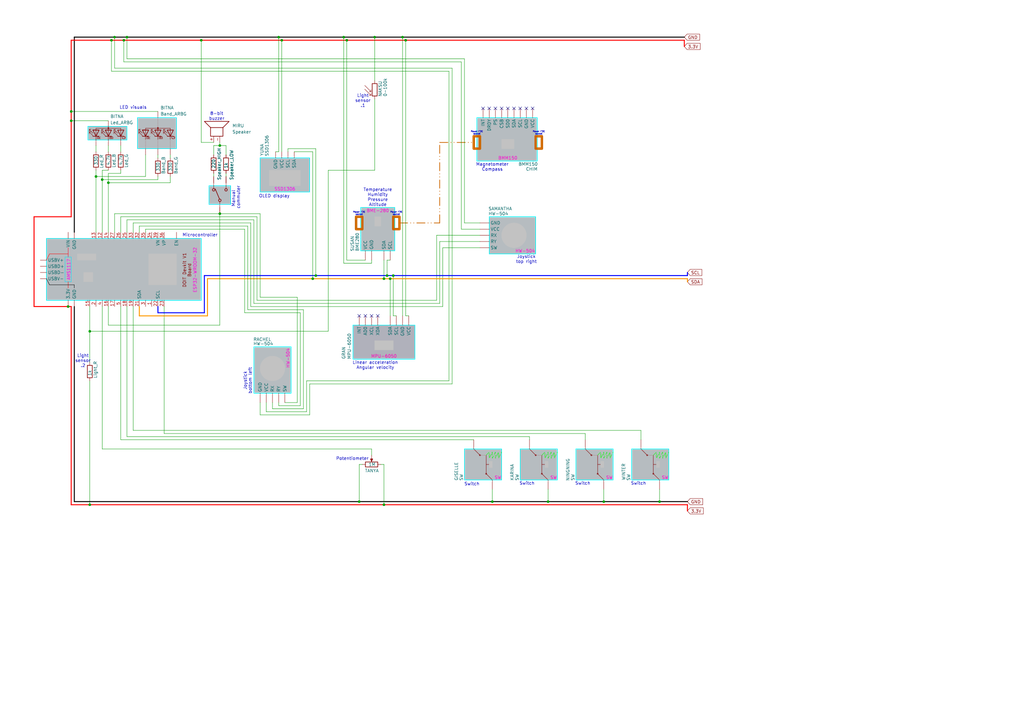
<source format=kicad_sch>
(kicad_sch (version 20250114) (generator "eeschema") (generator_version "9.0")
  (paper "A3")
  (title_block (title "BarrunCUDA Controller - Front") (company "Vericos Forja") (comment 1 "Modules BG: #B6BCC0FF"))
  (lib_symbols
    (symbol "Analog_Switch:TS3A24159DGS"
      (symbol "TS3A24159DGS_1_1"
        (polyline (pts (xy -5.08 0) (xy -2.794 0)))
        (rectangle (start -3.81 4.445) (end 3.81 -4.445) (stroke (width 0.254) (color 1 241 255 1)) (fill (type color) (color 182 188 192 1)))
        (circle (center -2.159 0) (radius 0.508) (stroke (width 0.254)))
        (polyline (pts (xy -1.651 0.127) (xy 2.54 1.905)) (stroke (width 0.254)))
        (circle (center 2.159 2.54) (radius 0.508) (stroke (width 0.254)))
        (circle (center 2.159 -2.54) (radius 0.508) (stroke (width 0.254)))
        (polyline (pts (xy 5.08 2.54) (xy 2.794 2.54)))
        (polyline (pts (xy 5.08 -2.54) (xy 2.794 -2.54)))
        (pin passive line (at -7.62 0 0) (length 2.54) (name "~") (number ""))
        (pin passive line (at 7.62 2.54 180) (length 2.54) (name "~") (number ""))
        (pin passive line (at 7.62 -2.54 180) (length 2.54) (name "~") (number ""))
      )
      (symbol "TS3A24159DGS_2_1"
        (polyline (pts (xy -5.08 0) (xy -2.794 0)))
        (rectangle (start -3.81 4.445) (end 3.81 -4.445) (stroke (width 0.254)) (fill (type background)))
        (circle (center -2.159 0) (radius 0.508) (stroke (width 0.254)))
        (polyline (pts (xy -1.651 0.127) (xy 2.54 1.905)) (stroke (width 0.254)))
        (polyline (pts (xy 0 0.254) (xy 0 0.508)))
        (polyline (pts (xy 0 -0.254) (xy 0 0)))
        (polyline (pts (xy 0 -0.762) (xy 0 -0.508)))
        (polyline (pts (xy 0 -1.27) (xy 0 -1.016)))
        (polyline (pts (xy 0 -1.778) (xy 0 -1.524)))
        (polyline (pts (xy 0 -2.286) (xy 0 -2.032)))
        (polyline (pts (xy 0 -2.794) (xy 0 -2.54)))
        (polyline (pts (xy 0 -3.302) (xy 0 -3.048)))
        (polyline (pts (xy 0 -3.81) (xy 0 -3.556)))
        (polyline (pts (xy 0 -4.318) (xy 0 -4.064)))
        (polyline (pts (xy 0 -5.08) (xy 0 -4.572)))
        (circle (center 2.159 2.54) (radius 0.508) (stroke (width 0.254)))
        (circle (center 2.159 -2.54) (radius 0.508) (stroke (width 0.254)))
        (polyline (pts (xy 5.08 2.54) (xy 2.794 2.54)))
        (polyline (pts (xy 5.08 -2.54) (xy 2.794 -2.54)))
        (pin passive line (at -7.62 0 0) (length 2.54) (name "~") (number "9"))
        (pin input line (at 0 -7.62 90) (length 2.54) (name "~") (number "8"))
        (pin passive line (at 7.62 2.54 180) (length 2.54) (name "~") (number "7"))
        (pin passive line (at 7.62 -2.54 180) (length 2.54) (name "~") (number "10"))
      )
      (symbol "TS3A24159DGS_3_1"
        (rectangle (start -3.81 10.16) (end 3.81 -10.16) (stroke (width 0.254)) (fill (type background)))
        (pin power_in line (at 0 12.7 270) (length 2.54) (name "VCC") (number "1"))
        (pin power_in line (at 0 -12.7 90) (length 2.54) (name "GND") (number "6"))
      )
    )
    (symbol "BME280_1"
      (property "Reference" "CHIM" (at -7.366 12.192 0))
      (property "Value" "BMM150" (at -4.318 10.16 0))
      (symbol "BME280_1_0_1"
        (rectangle (start -2.54 3.81) (end 2.54 0) (stroke (width 0) (color 194 194 194 1)) (fill (type outline)))
      )
      (symbol "BME280_1_1_1"
        (rectangle (start -12.065 8.89) (end 12.7 -8.89) (stroke (width 0.254) (color 0 253 255 1)) (fill (type color) (color 182 188 192 1)))
        (text "BMM150" (at 0 7.62 0) (effects (font (size 1.27 1.27))))
        (pin power_in line (at -10.16 -12.7 90) (length 3.81) (name "VCC") (number ""))
        (pin power_in line (at -7.62 -12.7 90) (length 3.81) (name "GND") (number ""))
        (pin bidirectional line (at -5.08 -12.7 90) (length 3.81) (name "SCL") (number ""))
        (pin bidirectional line (at -2.54 -12.7 90) (length 3.81) (name "SDA") (number ""))
        (pin bidirectional line (at 0 -12.7 90) (length 3.81) (name "SD0") (number ""))
        (pin bidirectional line (at 2.54 -12.7 90) (length 3.81) (name "CSB") (number ""))
        (pin bidirectional line (at 5.08 -12.7 90) (length 3.81) (name "PS") (number ""))
        (pin output line (at 7.62 -12.7 90) (length 3.81) (name "DRDY") (number ""))
        (pin output line (at 10.16 -12.7 90) (length 3.81) (name "INT") (number ""))
      )
    )
    (symbol "BME280_2"
      (property "Reference" "SAMANTHA" (at 0.508 10.922 0))
      (property "Value" "HW-504" (at -1.016 8.89 0))
      (symbol "BME280_2_1_1"
        (rectangle (start -8.89 7.62) (end 10.16 -7.62) (stroke (width 0.254) (color 0 253 255 1)) (fill (type color) (color 182 188 192 1)))
        (circle (center 1.27 0) (radius 5.08) (stroke (width 0) (color 194 194 194 1)) (fill (type outline)))
        (text "HW-504\n" (at 5.842 -6.35 0) (effects (font (size 1.27 1.27))))
        (pin power_in line (at -12.7 5.08 0) (length 3.81) (name "GND") (number ""))
        (pin power_in line (at -12.7 2.54 0) (length 3.81) (name "VCC") (number ""))
        (pin output line (at -12.7 0 0) (length 3.81) (name "RX") (number ""))
        (pin output line (at -12.7 -2.54 0) (length 3.81) (name "RY") (number ""))
        (pin output line (at -12.7 -5.08 0) (length 3.81) (name "SW") (number ""))
      )
    )
    (symbol "BME280_3"
      (property "Reference" "RACHEL" (at 13.208 7.874 90))
      (property "Value" "HW-504" (at 11.43 7.874 90))
      (symbol "BME280_3_1_1"
        (rectangle (start -8.89 7.62) (end 10.16 -7.62) (stroke (width 0.254) (color 0 253 255 1)) (fill (type color) (color 182 188 192 1)))
        (circle (center 1.27 0) (radius 5.08) (stroke (width 0) (color 194 194 194 1)) (fill (type outline)))
        (text "HW-504\n" (at 5.588 -6.35 0) (effects (font (size 1.27 1.27))))
        (pin power_in line (at -12.7 5.08 0) (length 3.81) (name "GND") (number ""))
        (pin power_in line (at -12.7 2.54 0) (length 3.81) (name "VCC") (number ""))
        (pin output line (at -12.7 0 0) (length 3.81) (name "RX") (number ""))
        (pin output line (at -12.7 -2.54 0) (length 3.81) (name "RY") (number ""))
        (pin output line (at -12.7 -5.08 0) (length 3.81) (name "SW") (number ""))
      )
    )
    (symbol "BME280_4"
      (property "Reference" "SAMANTHA1" (at -10.922 4.318 90))
      (property "Value" "SW" (at -8.89 -3.81 90))
      (symbol "BME280_4_0_1"
        (polyline (pts (xy -3.81 6.35) (xy -1.27 3.81)))
        (circle (center -1.27 3.81) (radius 0.254))
        (polyline (pts (xy 1.27 3.81) (xy 1.27 -3.81)))
        (circle (center 1.27 -3.81) (radius 0.254))
        (polyline (pts (xy 3.81 -6.35) (xy 1.27 -3.81)))
      )
      (symbol "BME280_4_1_1"
        (rectangle (start -7.62 6.35) (end 7.62 -6.35) (stroke (width 0.254) (color 0 253 255 1)) (fill (type color) (color 182 188 192 1)))
        (polyline (pts (xy -1.27 3.81) (xy 1.27 3.81)) (stroke (width 0) (type dot)))
        (polyline (pts (xy 1.27 3.81) (xy 2.54 5.08) (xy 2.54 2.54) (xy 3.81 5.08) (xy 3.81 2.54) (xy 5.08 5.08) (xy 5.08 2.54) (xy 6.35 5.08) (xy 6.35 2.54) (xy 7.62 5.08)) (stroke (width 0) (type dash) (color 0 255 0 1)))
        (polyline (pts (xy 1.27 0) (xy 2.54 0)))
        (rectangle (start 2.54 1.27) (end 3.81 -1.27) (stroke (width 0) (color 194 194 194 1)) (fill (type outline)))
        (text "SW" (at 6.096 -5.334 0) (effects (font (size 1.27 1.27))))
        (pin output line (at -3.81 10.16 270) (length 3.81) (name "") (number ""))
        (pin output line (at 3.81 -10.16 90) (length 3.81) (name "") (number ""))
      )
    )
    (symbol "BME280_5"
      (property "Reference" "SAMANTHA1" (at -10.922 4.318 90))
      (property "Value" "SW" (at -8.89 -3.81 90))
      (symbol "BME280_5_0_1"
        (polyline (pts (xy -3.81 6.35) (xy -1.27 3.81)))
        (circle (center -1.27 3.81) (radius 0.254))
        (polyline (pts (xy 1.27 3.81) (xy 1.27 -3.81)))
        (circle (center 1.27 -3.81) (radius 0.254))
        (polyline (pts (xy 3.81 -6.35) (xy 1.27 -3.81)))
      )
      (symbol "BME280_5_1_1"
        (rectangle (start -7.62 6.35) (end 7.62 -6.35) (stroke (width 0.254) (color 0 253 255 1)) (fill (type color) (color 182 188 192 1)))
        (polyline (pts (xy -1.27 3.81) (xy 1.27 3.81)) (stroke (width 0) (type dot)))
        (polyline (pts (xy 1.27 3.81) (xy 2.54 5.08) (xy 2.54 2.54) (xy 3.81 5.08) (xy 3.81 2.54) (xy 5.08 5.08) (xy 5.08 2.54) (xy 6.35 5.08) (xy 6.35 2.54) (xy 7.62 5.08)) (stroke (width 0) (type dash) (color 0 255 0 1)))
        (polyline (pts (xy 1.27 0) (xy 2.54 0)))
        (rectangle (start 2.54 1.27) (end 3.81 -1.27) (stroke (width 0) (color 194 194 194 1)) (fill (type outline)))
        (text "SW" (at 6.096 -5.334 0) (effects (font (size 1.27 1.27))))
        (pin output line (at -3.81 10.16 270) (length 3.81) (name "") (number ""))
        (pin output line (at 3.81 -10.16 90) (length 3.81) (name "") (number ""))
      )
    )
    (symbol "BME280_6"
      (property "Reference" "SAMANTHA1" (at -10.922 4.318 90))
      (property "Value" "SW" (at -8.89 -3.81 90))
      (symbol "BME280_6_0_1"
        (polyline (pts (xy -3.81 6.35) (xy -1.27 3.81)))
        (circle (center -1.27 3.81) (radius 0.254))
        (polyline (pts (xy 1.27 3.81) (xy 1.27 -3.81)))
        (circle (center 1.27 -3.81) (radius 0.254))
        (polyline (pts (xy 3.81 -6.35) (xy 1.27 -3.81)))
      )
      (symbol "BME280_6_1_1"
        (rectangle (start -7.62 6.35) (end 7.62 -6.35) (stroke (width 0.254) (color 0 253 255 1)) (fill (type color) (color 182 188 192 1)))
        (polyline (pts (xy -1.27 3.81) (xy 1.27 3.81)) (stroke (width 0) (type dot)))
        (polyline (pts (xy 1.27 3.81) (xy 2.54 5.08) (xy 2.54 2.54) (xy 3.81 5.08) (xy 3.81 2.54) (xy 5.08 5.08) (xy 5.08 2.54) (xy 6.35 5.08) (xy 6.35 2.54) (xy 7.62 5.08)) (stroke (width 0) (type dash) (color 0 255 0 1)))
        (polyline (pts (xy 1.27 0) (xy 2.54 0)))
        (rectangle (start 2.54 1.27) (end 3.81 -1.27) (stroke (width 0) (color 194 194 194 1)) (fill (type outline)))
        (text "SW" (at 6.096 -5.334 0) (effects (font (size 1.27 1.27))))
        (pin output line (at -3.81 10.16 270) (length 3.81) (name "") (number ""))
        (pin output line (at 3.81 -10.16 90) (length 3.81) (name "") (number ""))
      )
    )
    (symbol "BME280_7"
      (property "Reference" "SAMANTHA1" (at -10.922 4.318 90))
      (property "Value" "SW" (at -8.89 -3.81 90))
      (symbol "BME280_7_0_1"
        (polyline (pts (xy -3.81 6.35) (xy -1.27 3.81)))
        (circle (center -1.27 3.81) (radius 0.254))
        (polyline (pts (xy 1.27 3.81) (xy 1.27 -3.81)))
        (circle (center 1.27 -3.81) (radius 0.254))
        (polyline (pts (xy 3.81 -6.35) (xy 1.27 -3.81)))
      )
      (symbol "BME280_7_1_1"
        (rectangle (start -7.62 6.35) (end 7.62 -6.35) (stroke (width 0.254) (color 0 253 255 1)) (fill (type color) (color 182 188 192 1)))
        (polyline (pts (xy -1.27 3.81) (xy 1.27 3.81)) (stroke (width 0) (type dot)))
        (polyline (pts (xy 1.27 3.81) (xy 2.54 5.08) (xy 2.54 2.54) (xy 3.81 5.08) (xy 3.81 2.54) (xy 5.08 5.08) (xy 5.08 2.54) (xy 6.35 5.08) (xy 6.35 2.54) (xy 7.62 5.08)) (stroke (width 0) (type dash) (color 0 255 0 1)))
        (polyline (pts (xy 1.27 0) (xy 2.54 0)))
        (rectangle (start 2.54 1.27) (end 3.81 -1.27) (stroke (width 0) (color 194 194 194 1)) (fill (type outline)))
        (text "SW" (at 6.096 -5.334 0) (effects (font (size 1.27 1.27))))
        (pin output line (at -3.81 10.16 270) (length 3.81) (name "") (number ""))
        (pin output line (at 3.81 -10.16 90) (length 3.81) (name "") (number ""))
      )
    )
    (symbol "Device:LED_ARBG" (pin_names (offset 0) (hide yes))
      (property "Reference" "BITNA" (at 1.2701 -8.89 90))
      (property "Value" "LED_ARBG" (at -1.2699 -8.89 90))
      (symbol "LED_ARBG_0_0"
        (text "R" (at -1.905 3.81 0) (effects (font (size 1.27 1.27))))
        (text "B" (at -1.905 -1.27 0) (effects (font (size 1.27 1.27))))
        (text "G" (at -1.905 -6.35 0) (effects (font (size 1.27 1.27))))
      )
      (symbol "LED_ARBG_0_1"
        (polyline (pts (xy -1.27 6.35) (xy -1.27 3.81)) (stroke (width 0.254)))
        (polyline (pts (xy -1.27 6.35) (xy -1.27 3.81) (xy -1.27 3.81)))
        (polyline (pts (xy -1.27 5.08) (xy -2.54 5.08)))
        (polyline (pts (xy -1.27 5.08) (xy 1.27 5.08)))
        (polyline (pts (xy -1.27 1.27) (xy -1.27 -1.27)) (stroke (width 0.254)))
        (polyline (pts (xy -1.27 1.27) (xy -1.27 -1.27) (xy -1.27 -1.27)))
        (polyline (pts (xy -1.27 0) (xy -2.54 0)))
        (polyline (pts (xy -1.27 -3.81) (xy -1.27 -6.35)) (stroke (width 0.254)))
        (polyline (pts (xy -1.27 -5.08) (xy -2.54 -5.08)))
        (polyline (pts (xy -1.27 -5.08) (xy 1.27 -5.08)))
        (polyline (pts (xy -1.016 6.35) (xy 0.508 7.874) (xy -0.254 7.874) (xy 0.508 7.874) (xy 0.508 7.112)))
        (polyline (pts (xy -1.016 1.27) (xy 0.508 2.794) (xy -0.254 2.794) (xy 0.508 2.794) (xy 0.508 2.032)))
        (polyline (pts (xy -1.016 -3.81) (xy 0.508 -2.286) (xy -0.254 -2.286) (xy 0.508 -2.286) (xy 0.508 -3.048)))
        (polyline (pts (xy 0 6.35) (xy 1.524 7.874) (xy 0.762 7.874) (xy 1.524 7.874) (xy 1.524 7.112)))
        (polyline (pts (xy 0 1.27) (xy 1.524 2.794) (xy 0.762 2.794) (xy 1.524 2.794) (xy 1.524 2.032)))
        (polyline (pts (xy 0 -3.81) (xy 1.524 -2.286) (xy 0.762 -2.286) (xy 1.524 -2.286) (xy 1.524 -3.048)))
        (polyline (pts (xy 1.27 6.35) (xy 1.27 3.81) (xy -1.27 5.08) (xy 1.27 6.35)) (stroke (width 0.254)))
        (rectangle (start 1.27 6.35) (end 1.27 6.35))
        (rectangle (start 1.27 3.81) (end 1.27 6.35))
        (polyline (pts (xy 1.27 1.27) (xy 1.27 -1.27) (xy -1.27 0) (xy 1.27 1.27)) (stroke (width 0.254)))
        (rectangle (start 1.27 1.27) (end 1.27 1.27))
        (polyline (pts (xy 1.27 0) (xy -1.27 0)))
        (polyline (pts (xy 1.27 0) (xy 2.54 0)))
        (rectangle (start 1.27 -1.27) (end 1.27 1.27))
        (polyline (pts (xy 1.27 -3.81) (xy 1.27 -6.35) (xy -1.27 -5.08) (xy 1.27 -3.81)) (stroke (width 0.254)))
        (polyline (pts (xy 1.27 -5.08) (xy 2.032 -5.08) (xy 2.032 5.08) (xy 1.27 5.08)))
        (circle (center 2.032 0) (radius 0.254) (fill (type outline)))
      )
      (symbol "LED_ARBG_1_1"
        (rectangle (start -2.794 8.382) (end 2.794 -7.62) (stroke (width 0.254) (color 7 246 255 1)) (fill (type color) (color 182 188 192 1)))
        (pin passive line (at -5.08 5.08 0) (length 2.54) (name "RK") (number ""))
        (pin passive line (at -5.08 0 0) (length 2.54) (name "GK") (number ""))
        (pin passive line (at -5.08 -5.08 0) (length 2.54) (name "BK") (number ""))
        (pin passive line (at 5.08 0 180) (length 2.54) (name "A") (number ""))
      )
    )
    (symbol "Device:R" (pin_numbers (hide yes)) (pin_names (offset 0))
      (property "Reference" "R" (at 2.032 0 90))
      (property "Value" "R" (at 0 0 90))
      (symbol "R_0_1"
        (rectangle (start -1.016 -2.54) (end 1.016 2.54) (stroke (width 0.254)))
      )
      (symbol "R_1_1"
        (pin passive line (at 0 3.81 270) (length 1.27) (name "~") (number "1"))
        (pin passive line (at 0 -3.81 90) (length 1.27) (name "~") (number "2"))
      )
    )
    (symbol "Device:R_Photo" (pin_numbers (hide yes)) (pin_names (offset 0))
      (property "Reference" "R" (at 1.27 1.27 0))
      (property "Value" "R_Photo" (at 1.27 0 0))
      (symbol "R_Photo_0_1"
        (polyline (pts (xy -1.524 -0.762) (xy -4.064 1.778)))
        (polyline (pts (xy -1.524 -0.762) (xy -2.286 -0.762)))
        (polyline (pts (xy -1.524 -0.762) (xy -1.524 0)))
        (polyline (pts (xy -1.524 -2.286) (xy -4.064 0.254)))
        (polyline (pts (xy -1.524 -2.286) (xy -2.286 -2.286)))
        (polyline (pts (xy -1.524 -2.286) (xy -1.524 -1.524)))
        (rectangle (start -1.016 2.54) (end 1.016 -2.54) (stroke (width 0.254)))
      )
      (symbol "R_Photo_1_1"
        (pin passive line (at 0 3.81 270) (length 1.27) (name "~") (number "1"))
        (pin passive line (at 0 -3.81 90) (length 1.27) (name "~") (number "2"))
      )
    )
    (symbol "Device:R_Potentiometer" (pin_names (offset 1.016) (hide yes))
      (property "Reference" "TANYA" (at -2.54 2.794 90))
      (property "Value" "1M" (at 0 1.27 90))
      (symbol "R_Potentiometer_0_1"
        (rectangle (start 1.016 2.54) (end -1.016 -2.54) (stroke (width 0.254)))
        (polyline (pts (xy 1.143 0) (xy 2.286 0.508) (xy 2.286 -0.508) (xy 1.143 0)) (fill (type outline)))
        (polyline (pts (xy 2.54 0) (xy 1.524 0)))
      )
      (symbol "R_Potentiometer_1_1"
        (pin passive line (at 0 3.81 270) (length 1.27) (name "") (number ""))
        (pin passive line (at 0 -3.81 90) (length 1.27) (name "") (number ""))
        (pin passive line (at 3.81 0 180) (length 1.27) (name "") (number ""))
      )
    )
    (symbol "Device:Speaker" (pin_names (offset 0) (hide yes))
      (property "Reference" "LS1" (at 1.7781 -7.62 90))
      (property "Value" "Speaker" (at -0.7619 -7.62 90))
      (symbol "Speaker_0_0"
        (rectangle (start -2.54 1.27) (end 1.016 -3.81) (stroke (width 0.254)))
        (polyline (pts (xy 1.016 1.27) (xy 3.556 3.81) (xy 3.556 -6.35) (xy 1.016 -3.81)) (stroke (width 0.254)))
      )
      (symbol "Speaker_1_1"
        (pin input line (at -5.08 0 0) (length 2.54) (name "") (number "+"))
        (pin input line (at -5.08 -2.54 0) (length 2.54) (name "") (number "-"))
      )
    )
    (symbol "LED_ARBG_1" (pin_names (offset 0) (hide yes))
      (property "Reference" "BITNA1" (at 1.2701 -8.89 90))
      (property "Value" "LED_ARBG" (at -1.2699 -8.89 90))
      (symbol "LED_ARBG_1_0_0"
        (text "R" (at -1.905 3.81 0) (effects (font (size 1.27 1.27))))
        (text "B" (at -1.905 -1.27 0) (effects (font (size 1.27 1.27))))
        (text "G" (at -1.905 -6.35 0) (effects (font (size 1.27 1.27))))
      )
      (symbol "LED_ARBG_1_0_1"
        (polyline (pts (xy -1.27 6.35) (xy -1.27 3.81)) (stroke (width 0.254)))
        (polyline (pts (xy -1.27 6.35) (xy -1.27 3.81) (xy -1.27 3.81)))
        (polyline (pts (xy -1.27 5.08) (xy -2.54 5.08)))
        (polyline (pts (xy -1.27 5.08) (xy 1.27 5.08)))
        (polyline (pts (xy -1.27 1.27) (xy -1.27 -1.27)) (stroke (width 0.254)))
        (polyline (pts (xy -1.27 1.27) (xy -1.27 -1.27) (xy -1.27 -1.27)))
        (polyline (pts (xy -1.27 0) (xy -2.54 0)))
        (polyline (pts (xy -1.27 -3.81) (xy -1.27 -6.35)) (stroke (width 0.254)))
        (polyline (pts (xy -1.27 -5.08) (xy -2.54 -5.08)))
        (polyline (pts (xy -1.27 -5.08) (xy 1.27 -5.08)))
        (polyline (pts (xy -1.016 6.35) (xy 0.508 7.874) (xy -0.254 7.874) (xy 0.508 7.874) (xy 0.508 7.112)))
        (polyline (pts (xy -1.016 1.27) (xy 0.508 2.794) (xy -0.254 2.794) (xy 0.508 2.794) (xy 0.508 2.032)))
        (polyline (pts (xy -1.016 -3.81) (xy 0.508 -2.286) (xy -0.254 -2.286) (xy 0.508 -2.286) (xy 0.508 -3.048)))
        (polyline (pts (xy 0 6.35) (xy 1.524 7.874) (xy 0.762 7.874) (xy 1.524 7.874) (xy 1.524 7.112)))
        (polyline (pts (xy 0 1.27) (xy 1.524 2.794) (xy 0.762 2.794) (xy 1.524 2.794) (xy 1.524 2.032)))
        (polyline (pts (xy 0 -3.81) (xy 1.524 -2.286) (xy 0.762 -2.286) (xy 1.524 -2.286) (xy 1.524 -3.048)))
        (polyline (pts (xy 1.27 6.35) (xy 1.27 3.81) (xy -1.27 5.08) (xy 1.27 6.35)) (stroke (width 0.254)))
        (rectangle (start 1.27 6.35) (end 1.27 6.35))
        (rectangle (start 1.27 3.81) (end 1.27 6.35))
        (polyline (pts (xy 1.27 1.27) (xy 1.27 -1.27) (xy -1.27 0) (xy 1.27 1.27)) (stroke (width 0.254)))
        (rectangle (start 1.27 1.27) (end 1.27 1.27))
        (polyline (pts (xy 1.27 0) (xy -1.27 0)))
        (polyline (pts (xy 1.27 0) (xy 2.54 0)))
        (rectangle (start 1.27 -1.27) (end 1.27 1.27))
        (polyline (pts (xy 1.27 -3.81) (xy 1.27 -6.35) (xy -1.27 -5.08) (xy 1.27 -3.81)) (stroke (width 0.254)))
        (polyline (pts (xy 1.27 -5.08) (xy 2.032 -5.08) (xy 2.032 5.08) (xy 1.27 5.08)))
        (circle (center 2.032 0) (radius 0.254) (fill (type outline)))
      )
      (symbol "LED_ARBG_1_1_1"
        (rectangle (start -6.35 8.382) (end 6.35 -7.62) (stroke (width 0.254) (color 7 246 255 1)) (fill (type color) (color 182 188 192 1)))
        (polyline (pts (xy -2.54 5.08) (xy -6.35 5.08)) (stroke (width 0) (type dot)))
        (polyline (pts (xy -2.54 0) (xy -6.35 0)) (stroke (width 0) (type dot)))
        (polyline (pts (xy -2.54 -5.08) (xy -6.35 -5.08)) (stroke (width 0) (type dot)))
        (polyline (pts (xy 2.54 0) (xy 6.35 0)) (stroke (width 0) (type dot)))
        (pin passive line (at -8.89 5.08 0) (length 2.54) (name "RK") (number ""))
        (pin passive line (at -8.89 0 0) (length 2.54) (name "GK") (number ""))
        (pin passive line (at -8.89 -5.08 0) (length 2.54) (name "BK") (number ""))
        (pin passive line (at 8.89 0 180) (length 2.54) (name "A") (number ""))
      )
    )
    (symbol "RF_Module:ESP32-WROOM-32"
      (property "Value" "ESP32-WROOM-32" (at -9.144 38.1 0))
      (symbol "ESP32-WROOM-32_0_1"
        (polyline (pts (xy -8.89 -13.97) (xy -5.08 -13.97)) (stroke (width 0) (color 255 0 37 1)))
        (rectangle (start -6.35 30.48) (end 6.35 19.05) (stroke (width 0) (color 194 194 194 1)) (fill (type outline)))
        (rectangle (start -6.35 -2.54) (end -3.81 -10.16) (stroke (width 0) (color 194 194 194 1)) (fill (type outline)))
        (rectangle (start -5.08 -12.7) (end 5.08 -15.24) (stroke (width 0) (color 0 223 255 1)))
        (rectangle (start 5.08 -7.62) (end 1.27 -3.81) (stroke (width 0) (color 194 194 194 1)) (fill (type outline)))
        (polyline (pts (xy 5.08 -13.97) (xy 7.62 -13.97)) (stroke (width 0) (color 255 4 0 1)))
      )
      (symbol "ESP32-WROOM-32_1_1"
        (rectangle (start -12.7 40.64) (end 12.7 -22.86) (stroke (width 0.254) (color 0 249 255 1)) (fill (type color) (color 182 188 192 1)))
        (polyline (pts (xy -3.81 -22.86) (xy -6.35 -21.59) (xy -6.35 -13.97)) (stroke (width 0) (color 255 0 0 1)))
        (polyline (pts (xy 3.81 -22.86) (xy 6.35 -21.59) (xy 6.35 -11.43)) (stroke (width 0) (color 0 0 0 1)))
        (polyline (pts (xy 6.35 -11.43) (xy 7.62 -11.43)) (stroke (width 0) (color 0 0 0 1)))
        (text "AMS1117" (at 0 -13.716 0) (effects (font (size 1.27 1.27))))
        (text "DOIT Devkit V1\nBoard" (at 0.254 34.798 0) (effects (font (size 1.27 1.27))))
        (pin input line (at -15.24 30.48 0) (length 2.54) (name "EN") (number ""))
        (pin input line (at -15.24 25.4 0) (length 2.54) (name "VP") (number "36"))
        (pin input line (at -15.24 22.86 0) (length 2.54) (name "VN") (number "39"))
        (pin input line (at -15.24 20.32 0) (length 2.54) (name "") (number "34"))
        (pin input line (at -15.24 17.78 0) (length 2.54) (name "") (number "35"))
        (pin bidirectional line (at -15.24 15.24 0) (length 2.54) (name "") (number "32"))
        (pin bidirectional line (at -15.24 12.7 0) (length 2.54) (name "") (number "33"))
        (pin bidirectional line (at -15.24 10.16 0) (length 2.54) (name "") (number "25"))
        (pin bidirectional line (at -15.24 7.62 0) (length 2.54) (name "") (number "26"))
        (pin bidirectional line (at -15.24 5.08 0) (length 2.54) (name "") (number "27"))
        (pin bidirectional line (at -15.24 2.54 0) (length 2.54) (name "") (number "14"))
        (pin bidirectional line (at -15.24 0 0) (length 2.54) (name "") (number "12"))
        (pin bidirectional line (at -15.24 -2.54 0) (length 2.54) (name "") (number "13"))
        (pin power_in line (at -15.24 -11.43 0) (length 2.54) (name "GND") (number ""))
        (pin power_in line (at -15.24 -13.97 0) (length 2.54) (name "VIN") (number ""))
        (pin power_in line (at -3.81 -25.4 90) (length 2.54) (name "USBV+") (number ""))
        (pin bidirectional line (at -1.27 -25.4 90) (length 2.54) (name "USBD+") (number ""))
        (pin bidirectional line (at 1.27 -25.4 90) (length 2.54) (name "USBD-") (number ""))
        (pin power_in line (at 3.81 -25.4 90) (length 2.54) (name "USBV-") (number ""))
        (pin bidirectional line (at 15.24 25.4 180) (length 2.54) (name "") (number "23"))
        (pin bidirectional line (at 15.24 22.86 180) (length 2.54) (name "SCL") (number "22"))
        (pin bidirectional line (at 15.24 20.32 180) (length 2.54) (name "") (number "1"))
        (pin bidirectional line (at 15.24 17.78 180) (length 2.54) (name "") (number "3"))
        (pin bidirectional line (at 15.24 15.24 180) (length 2.54) (name "SDA") (number "21"))
        (pin bidirectional line (at 15.24 12.7 180) (length 2.54) (name "") (number "19"))
        (pin bidirectional line (at 15.24 10.16 180) (length 2.54) (name "") (number "18"))
        (pin bidirectional line (at 15.24 7.62 180) (length 2.54) (name "") (number "5"))
        (pin bidirectional line (at 15.24 5.08 180) (length 2.54) (name "") (number "17"))
        (pin bidirectional line (at 15.24 2.54 180) (length 2.54) (name "") (number "16"))
        (pin bidirectional line (at 15.24 0 180) (length 2.54) (name "") (number "4"))
        (pin bidirectional line (at 15.24 -2.54 180) (length 2.54) (name "") (number "2"))
        (pin bidirectional line (at 15.24 -5.08 180) (length 2.54) (name "") (number "15"))
        (pin power_in line (at 15.24 -11.43 180) (length 2.54) (name "GND") (number ""))
        (pin power_out line (at 15.24 -13.97 180) (length 2.54) (name "3.3V") (number ""))
      )
    )
    (symbol "Sensor:BME280"
      (property "Reference" "SUSAN" (at -10.414 -9.144 90))
      (property "Value" "BME280" (at -8.382 -9.144 90))
      (symbol "BME280_0_1"
        (rectangle (start -1.27 5.08) (end 1.27 1.27) (stroke (width 0) (color 194 194 194 1)) (fill (type outline)))
      )
      (symbol "BME280_1_1"
        (rectangle (start -6.985 8.89) (end 6.985 -8.89) (stroke (width 0.254) (color 0 253 255 1)) (fill (type color) (color 182 188 192 1)))
        (text "BME-280\n" (at 0 7.62 0) (effects (font (size 1.27 1.27))))
        (pin power_in line (at -5.08 -12.7 90) (length 3.81) (name "VCC") (number ""))
        (pin power_in line (at -2.54 -12.7 90) (length 3.81) (name "GND") (number ""))
        (pin power_in line (at 2.54 -12.7 90) (length 3.81) (name "SDA") (number ""))
        (pin power_in line (at 5.08 -12.7 90) (length 3.81) (name "SCL") (number ""))
      )
    )
    (symbol "Sensor_Motion:MPU-6050"
      (property "Reference" "GRAN" (at -16.51 0 90))
      (property "Value" "MPU-6050" (at -14.224 0 90))
      (symbol "MPU-6050_0_0"
        (text "" (at 12.7 -2.54 0) (effects (font (size 1.27 1.27))))
      )
      (symbol "MPU-6050_0_1"
        (rectangle (start -3.81 7.62) (end 3.81 3.81) (stroke (width 0) (color 194 194 194 1)) (fill (type outline)))
      )
      (symbol "MPU-6050_1_1"
        (rectangle (start -12.7 13.97) (end 12.7 0) (stroke (width 0.254) (color 4 250 255 1)) (fill (type color) (color 176 177 187 1)))
        (text "MPU-6050\n" (at 0 1.27 0) (effects (font (size 1.27 1.27))))
        (pin no_connect line (at -12.7 12.7 0) (length 2.54) (hide yes) (name "NC") (number "2"))
        (pin no_connect line (at -12.7 10.16 0) (length 2.54) (hide yes) (name "NC") (number "3"))
        (pin no_connect line (at -12.7 0 0) (length 2.54) (hide yes) (name "NC") (number "14"))
        (pin no_connect line (at -12.7 0 0) (length 2.54) (hide yes) (name "NC") (number "4"))
        (pin no_connect line (at -12.7 0 0) (length 2.54) (hide yes) (name "NC") (number "5"))
        (pin output line (at -10.16 17.78 270) (length 3.81) (name "INT") (number ""))
        (pin input line (at -7.62 17.78 270) (length 3.81) (name "AD0") (number ""))
        (pin bidirectional line (at -5.08 17.78 270) (length 3.81) (name "XCL") (number ""))
        (pin bidirectional line (at -2.54 17.78 270) (length 3.81) (name "XDA") (number ""))
        (pin bidirectional line (at 2.54 17.78 270) (length 3.81) (name "SDA") (number ""))
        (pin bidirectional line (at 5.08 17.78 270) (length 3.81) (name "SCL") (number ""))
        (pin power_in line (at 7.62 17.78 270) (length 3.81) (name "GND") (number ""))
        (pin power_in line (at 10.16 17.78 270) (length 3.81) (name "VCC") (number ""))
        (pin no_connect line (at 12.7 12.7 180) (length 2.54) (hide yes) (name "NC") (number "15"))
        (pin no_connect line (at 12.7 10.16 180) (length 2.54) (hide yes) (name "NC") (number "16"))
        (pin no_connect line (at 12.7 5.08 180) (length 2.54) (hide yes) (name "NC") (number "17"))
        (pin no_connect line (at 12.7 0 180) (length 2.54) (hide yes) (name "RESV") (number "19"))
        (pin no_connect line (at 12.7 0 180) (length 2.54) (hide yes) (name "RESV") (number "21"))
        (pin no_connect line (at 12.7 0 180) (length 2.54) (hide yes) (name "RESV") (number "22"))
      )
    )
    (symbol "TS3A24159DGS_1"
      (property "Reference" "YUN" (at -9.398 9.652 90))
      (property "Value" "SSD1306" (at -7.366 13.208 90))
      (symbol "TS3A24159DGS_1_1_1"
        (rectangle (start -10.16 3.81) (end 10.16 -10.16) (stroke (width 0.254) (color 1 241 255 1)) (fill (type color) (color 182 188 192 1)))
        (rectangle (start -6.35 -1.27) (end 6.35 -7.62) (stroke (width 0) (color 194 194 194 1)) (fill (type outline)))
        (text "SSD1306" (at 0 -8.89 0) (effects (font (size 1.27 1.27))))
        (pin power_in line (at -3.81 6.35 270) (length 2.54) (name "GND") (number ""))
        (pin power_in line (at -1.27 6.35 270) (length 2.54) (name "VCC") (number ""))
        (pin bidirectional line (at 1.27 6.35 270) (length 2.54) (name "SCL") (number ""))
        (pin bidirectional line (at 3.81 6.35 270) (length 2.54) (name "SDA") (number ""))
      )
      (symbol "TS3A24159DGS_1_2_1"
        (polyline (pts (xy -5.08 0) (xy -2.794 0)))
        (rectangle (start -3.81 4.445) (end 3.81 -4.445) (stroke (width 0.254)) (fill (type background)))
        (circle (center -2.159 0) (radius 0.508) (stroke (width 0.254)))
        (polyline (pts (xy -1.651 0.127) (xy 2.54 1.905)) (stroke (width 0.254)))
        (polyline (pts (xy 0 0.254) (xy 0 0.508)))
        (polyline (pts (xy 0 -0.254) (xy 0 0)))
        (polyline (pts (xy 0 -0.762) (xy 0 -0.508)))
        (polyline (pts (xy 0 -1.27) (xy 0 -1.016)))
        (polyline (pts (xy 0 -1.778) (xy 0 -1.524)))
        (polyline (pts (xy 0 -2.286) (xy 0 -2.032)))
        (polyline (pts (xy 0 -2.794) (xy 0 -2.54)))
        (polyline (pts (xy 0 -3.302) (xy 0 -3.048)))
        (polyline (pts (xy 0 -3.81) (xy 0 -3.556)))
        (polyline (pts (xy 0 -4.318) (xy 0 -4.064)))
        (polyline (pts (xy 0 -5.08) (xy 0 -4.572)))
        (circle (center 2.159 2.54) (radius 0.508) (stroke (width 0.254)))
        (circle (center 2.159 -2.54) (radius 0.508) (stroke (width 0.254)))
        (polyline (pts (xy 5.08 2.54) (xy 2.794 2.54)))
        (polyline (pts (xy 5.08 -2.54) (xy 2.794 -2.54)))
        (pin passive line (at -7.62 0 0) (length 2.54) (name "~") (number "9"))
        (pin input line (at 0 -7.62 90) (length 2.54) (name "~") (number "8"))
        (pin passive line (at 7.62 2.54 180) (length 2.54) (name "~") (number "7"))
        (pin passive line (at 7.62 -2.54 180) (length 2.54) (name "~") (number "10"))
      )
      (symbol "TS3A24159DGS_1_3_1"
        (rectangle (start -3.81 10.16) (end 3.81 -10.16) (stroke (width 0.254)) (fill (type background)))
        (pin power_in line (at 0 12.7 270) (length 2.54) (name "VCC") (number "1"))
        (pin power_in line (at 0 -12.7 90) (length 2.54) (name "GND") (number "6"))
      )
    )
  )
  (rectangle (start 219.71 55.88) (end 222.25 60.96) (stroke (width 1) (color 204 102 0 1)))
  (rectangle (start 194.31 55.88) (end 196.85 60.96) (stroke (width 1) (color 204 102 0 1)))
  (rectangle (start 146.05 88.9) (end 148.59 93.98) (stroke (width 1) (color 204 102 0 1)))
  (rectangle (start 161.29 88.9) (end 163.83 93.98) (stroke (width 1) (color 204 102 0 1)))
  (text "Power I^2C\nsocket" (at 195.58 54.61 0) (effects (font (size 0.6 0.6))))
  (text "Switch" (at 261.874 198.374 0) (effects (font (size 1.27 1.27))))
  (text "OLED display" (at 112.522 80.518 0) (effects (font (size 1.27 1.27))))
  (text "Switch" (at 239.014 198.374 0) (effects (font (size 1.27 1.27))))
  (text "LED visuals" (at 54.61 44.196 0) (effects (font (size 1.27 1.27))))
  (text "Switch" (at 216.154 198.374 0) (effects (font (size 1.27 1.27))))
  (text "Temperature\nHumidity\nPressure\nAltitude" (at 154.94 81.026 0) (effects (font (size 1.27 1.27))))
  (text "Power I^2C\nsocket" (at 220.98 54.61 0) (effects (font (size 0.6 0.6))))
  (text "Power I^2C\nsocket" (at 147.32 87.63 0) (effects (font (size 0.6 0.6))))
  (text "Light\nsensor\n.2" (at 34.036 148.082 0) (effects (font (size 1.27 1.27))))
  (text "8-bit\nbuzzer\n" (at 88.9 47.752 0) (effects (font (size 1.27 1.27))))
  (text "Switch" (at 193.548 198.628 0) (effects (font (size 1.27 1.27))))
  (text "Light\nsensor\n.1" (at 148.844 41.402 0) (effects (font (size 1.27 1.27))))
  (text "Manual \ncommuter" (at 96.774 81.026 90) (effects (font (size 1.27 1.27))))
  (text "Power I^2C\nsocket" (at 162.56 87.63 0) (effects (font (size 0.6 0.6))))
  (text "Joystick\nbottom left" (at 101.6 156.21 90) (effects (font (size 1.27 1.27))))
  (text "Linear acceleration\nAngular velocity" (at 153.924 149.86 0) (effects (font (size 1.27 1.27))))
  (text "Joystick\ntop right\n" (at 215.9 106.426 0) (effects (font (size 1.27 1.27))))
  (text "Microcontroller" (at 82.042 96.52 0) (effects (font (size 1.27 1.27))))
  (text "Potentiometer" (at 144.526 188.214 0) (effects (font (size 1.27 1.27))))
  (text "Magnetometer\nCompass\n" (at 201.93 68.58 0) (effects (font (size 1.27 1.27))))
  (junction (at 270.51 205.74))
  (junction (at 153.67 15.24))
  (junction (at 160.02 114.3))
  (junction (at 41.91 73.66))
  (junction (at 46.99 15.24))
  (junction (at 29.21 45.72))
  (junction (at 82.55 16.51))
  (junction (at 128.27 114.3))
  (junction (at 36.83 207.01))
  (junction (at 147.32 205.74))
  (junction (at 39.37 72.39))
  (junction (at 157.48 114.3))
  (junction (at 157.48 207.01))
  (junction (at 114.3 15.24))
  (junction (at 50.8 16.51))
  (junction (at 129.54 113.03))
  (junction (at 165.1 15.24))
  (junction (at 142.24 16.51))
  (junction (at 247.65 205.74))
  (junction (at 161.29 113.03))
  (junction (at 224.79 205.74))
  (junction (at 140.97 15.24))
  (junction (at 44.45 74.93))
  (junction (at 45.72 16.51))
  (junction (at 90.17 59.69))
  (junction (at 115.57 16.51))
  (junction (at 52.07 15.24))
  (junction (at 36.83 135.89))
  (junction (at 166.37 16.51))
  (junction (at 90.17 87.63))
  (junction (at 29.21 49.53))
  (junction (at 201.93 205.74))
  (junction (at 158.75 113.03))
  (junction (at 27.94 125.73))
  (no_connect (at 154.94 129.54))
  (no_connect (at 208.28 44.45))
  (no_connect (at 149.86 129.54))
  (no_connect (at 152.4 129.54))
  (no_connect (at 147.32 129.54))
  (no_connect (at 210.82 44.45))
  (no_connect (at 218.44 44.45))
  (no_connect (at 215.9 44.45))
  (no_connect (at 198.12 44.45))
  (no_connect (at 203.2 44.45))
  (no_connect (at 213.36 44.45))
  (no_connect (at 205.74 44.45))
  (no_connect (at 200.66 44.45))
  (wire (pts (xy 166.37 16.51) (xy 280.67 16.51)) (stroke (width 0.4) (color 255 0 0 1)))
  (wire (pts (xy 240.03 177.8) (xy 67.31 177.8)))
  (wire (pts (xy 54.61 176.53) (xy 54.61 125.73)))
  (wire (pts (xy 262.89 180.34) (xy 262.89 176.53)))
  (wire (pts (xy 161.29 113.03) (xy 281.94 113.03)) (stroke (width 0.4) (color 0 0 255 1)))
  (wire (pts (xy 69.85 63.5) (xy 69.85 64.77)))
  (wire (pts (xy 153.67 15.24) (xy 165.1 15.24)) (stroke (width 0.4) (color 0 0 0 1)))
  (wire (pts (xy 127 170.18) (xy 127 157.48)))
  (wire (pts (xy 106.68 87.63) (xy 90.17 87.63)))
  (wire (pts (xy 270.51 205.74) (xy 281.94 205.74)) (stroke (width 0.4) (color 0 0 0 1)))
  (wire (pts (xy 87.63 63.5) (xy 87.63 59.69)))
  (wire (pts (xy 57.15 92.71) (xy 57.15 95.25)))
  (wire (pts (xy 140.97 15.24) (xy 140.97 107.95)))
  (wire (pts (xy 114.3 165.1) (xy 114.3 166.37)))
  (wire (pts (xy 184.15 29.21) (xy 45.72 29.21)))
  (wire (pts (xy 101.6 92.71) (xy 57.15 92.71)))
  (wire (pts (xy 180.34 124.46) (xy 104.14 124.46)))
  (wire (pts (xy 160.02 129.54) (xy 160.02 114.3)))
  (wire (pts (xy 179.07 123.19) (xy 105.41 123.19)))
  (wire (pts (xy 109.22 165.1) (xy 109.22 168.91)))
  (wire (pts (xy 152.4 106.68) (xy 152.4 107.95)))
  (wire (pts (xy 64.77 128.27) (xy 83.82 128.27)) (stroke (width 0.4) (color 0 0 255 1)))
  (wire (pts (xy 106.68 170.18) (xy 127 170.18)))
  (wire (pts (xy 49.53 88.9) (xy 49.53 95.25)))
  (wire (pts (xy 165.1 15.24) (xy 165.1 129.54)))
  (wire (pts (xy 127 157.48) (xy 185.42 157.48)))
  (wire (pts (xy 30.48 125.73) (xy 30.48 205.74)) (stroke (width 0.4) (color 0 0 0 1)))
  (wire (pts (xy 224.79 200.66) (xy 224.79 205.74)))
  (wire (pts (xy 64.77 125.73) (xy 64.77 128.27)) (stroke (width 0.4) (color 0 0 255 1)))
  (wire (pts (xy 280.67 16.51) (xy 280.67 19.05)) (stroke (width 0.4) (color 255 0 0 1)))
  (wire (pts (xy 49.53 88.9) (xy 105.41 88.9)))
  (wire (pts (xy 142.24 16.51) (xy 166.37 16.51)) (stroke (width 0.4) (color 255 0 0 1)))
  (wire (pts (xy 217.17 180.34) (xy 217.17 179.07)))
  (wire (pts (xy 44.45 74.93) (xy 44.45 71.12)))
  (wire (pts (xy 157.48 114.3) (xy 160.02 114.3)) (stroke (width 0.4) (color 255 153 0 1)))
  (wire (pts (xy 166.37 16.51) (xy 166.37 129.54)))
  (wire (pts (xy 41.91 73.66) (xy 41.91 69.85)))
  (wire (pts (xy 104.14 90.17) (xy 52.07 90.17)))
  (wire (pts (xy 162.56 129.54) (xy 161.29 129.54)))
  (wire (pts (xy 185.42 27.94) (xy 185.42 157.48)))
  (wire (pts (xy 100.33 93.98) (xy 59.69 93.98)))
  (wire (pts (xy 123.19 128.27) (xy 100.33 128.27)))
  (wire (pts (xy 185.42 27.94) (xy 46.99 27.94)))
  (wire (pts (xy 39.37 72.39) (xy 39.37 95.25)))
  (wire (pts (xy 118.11 62.23) (xy 118.11 60.96)))
  (wire (pts (xy 152.4 186.69) (xy 152.4 184.15)))
  (wire (pts (xy 59.69 93.98) (xy 59.69 95.25)))
  (wire (pts (xy 124.46 127) (xy 101.6 127)))
  (wire (pts (xy 41.91 95.25) (xy 41.91 73.66)))
  (wire (pts (xy 165.1 15.24) (xy 280.67 15.24)) (stroke (width 0.4) (color 0 0 0 1)))
  (wire (pts (xy 69.85 74.93) (xy 69.85 72.39)))
  (wire (pts (xy 105.41 123.19) (xy 105.41 88.9)))
  (wire (pts (xy 36.83 135.89) (xy 36.83 125.73)))
  (wire (pts (xy 13.97 88.9) (xy 29.21 88.9)) (stroke (width 0.4) (color 255 0 0 1)))
  (wire (pts (xy 45.72 16.51) (xy 50.8 16.51)) (stroke (width 0.4) (color 255 0 0 1)))
  (wire (pts (xy 180.34 99.06) (xy 180.34 124.46)))
  (wire (pts (xy 281.94 207.01) (xy 281.94 209.55)) (stroke (width 0.4) (color 255 0 0 1)))
  (wire (pts (xy 49.53 180.34) (xy 49.53 125.73)))
  (wire (pts (xy 50.8 16.51) (xy 50.8 25.4)))
  (wire (pts (xy 247.65 200.66) (xy 247.65 205.74)))
  (wire (pts (xy 134.62 135.89) (xy 36.83 135.89)))
  (wire (pts (xy 106.68 121.92) (xy 106.68 87.63)))
  (wire (pts (xy 30.48 205.74) (xy 147.32 205.74)) (stroke (width 0.4) (color 0 0 0 1)))
  (wire (pts (xy 36.83 207.01) (xy 157.48 207.01)) (stroke (width 0.4) (color 255 0 0 1)))
  (wire (pts (xy 29.21 45.72) (xy 64.77 45.72)))
  (wire (pts (xy 29.21 125.73) (xy 29.21 207.01)) (stroke (width 0.4) (color 255 0 0 1)))
  (wire (pts (xy 142.24 106.68) (xy 142.24 16.51)))
  (wire (pts (xy 106.68 165.1) (xy 106.68 170.18)))
  (wire (pts (xy 240.03 180.34) (xy 240.03 177.8)))
  (wire (pts (xy 52.07 179.07) (xy 52.07 125.73)))
  (wire (pts (xy 125.73 156.21) (xy 184.15 156.21)))
  (wire (pts (xy 184.15 156.21) (xy 184.15 29.21)))
  (wire (pts (xy 128.27 114.3) (xy 157.48 114.3)) (stroke (width 0.4) (color 255 153 0 1)))
  (wire (pts (xy 201.93 200.66) (xy 201.93 205.74)))
  (wire (pts (xy 85.09 114.3) (xy 128.27 114.3)) (stroke (width 0.4) (color 255 153 0 1)))
  (wire (pts (xy 158.75 106.68) (xy 158.75 113.03)))
  (wire (pts (xy 196.85 96.52) (xy 179.07 96.52)))
  (wire (pts (xy 92.71 63.5) (xy 92.71 59.69)))
  (wire (pts (xy 270.51 200.66) (xy 270.51 205.74)))
  (wire (pts (xy 46.99 15.24) (xy 52.07 15.24)) (stroke (width 0.4) (color 0 0 0 1)))
  (wire (pts (xy 189.23 93.98) (xy 189.23 25.4)))
  (wire (pts (xy 121.92 121.92) (xy 106.68 121.92)))
  (wire (pts (xy 82.55 58.42) (xy 82.55 16.51)))
  (wire (pts (xy 90.17 87.63) (xy 90.17 133.35)))
  (wire (pts (xy 129.54 60.96) (xy 129.54 113.03)))
  (wire (pts (xy 87.63 71.12) (xy 87.63 72.39)))
  (bus (pts (xy 180.34 58.42) (xy 194.31 58.42)) (stroke (width 0) (type dash_dot_dot) (color 204 102 0 1)))
  (wire (pts (xy 100.33 128.27) (xy 100.33 93.98)))
  (wire (pts (xy 196.85 91.44) (xy 190.5 91.44)))
  (wire (pts (xy 39.37 69.85) (xy 39.37 72.39)))
  (wire (pts (xy 44.45 71.12) (xy 49.53 71.12)))
  (wire (pts (xy 52.07 90.17) (xy 52.07 95.25)))
  (wire (pts (xy 140.97 15.24) (xy 153.67 15.24)) (stroke (width 0.4) (color 0 0 0 1)))
  (wire (pts (xy 157.48 190.5) (xy 157.48 207.01)))
  (wire (pts (xy 57.15 125.73) (xy 57.15 129.54)) (stroke (width 0.4) (color 255 153 0 1)))
  (wire (pts (xy 224.79 205.74) (xy 247.65 205.74)) (stroke (width 0.4) (color 0 0 0 1)))
  (wire (pts (xy 160.02 106.68) (xy 158.75 106.68)))
  (wire (pts (xy 134.62 69.85) (xy 134.62 135.89)))
  (wire (pts (xy 181.61 101.6) (xy 181.61 125.73)))
  (wire (pts (xy 247.65 205.74) (xy 270.51 205.74)) (stroke (width 0.4) (color 0 0 0 1)))
  (wire (pts (xy 113.03 62.23) (xy 114.3 62.23)))
  (wire (pts (xy 44.45 133.35) (xy 90.17 133.35)))
  (bus (pts (xy 180.34 91.44) (xy 180.34 58.42)) (stroke (width 0) (type dash_dot_dot) (color 204 102 0 1)))
  (wire (pts (xy 128.27 62.23) (xy 120.65 62.23)))
  (wire (pts (xy 194.31 180.34) (xy 49.53 180.34)))
  (wire (pts (xy 82.55 16.51) (xy 115.57 16.51)) (stroke (width 0.4) (color 255 0 0 1)))
  (wire (pts (xy 121.92 165.1) (xy 121.92 121.92)))
  (wire (pts (xy 36.83 135.89) (xy 36.83 148.59)))
  (wire (pts (xy 160.02 114.3) (xy 281.94 114.3)) (stroke (width 0.4) (color 255 153 0 1)))
  (wire (pts (xy 45.72 29.21) (xy 45.72 16.51)))
  (wire (pts (xy 114.3 166.37) (xy 123.19 166.37)))
  (wire (pts (xy 29.21 49.53) (xy 44.45 49.53)))
  (wire (pts (xy 44.45 62.23) (xy 44.45 59.69)))
  (wire (pts (xy 29.21 207.01) (xy 36.83 207.01)) (stroke (width 0.4) (color 255 0 0 1)))
  (wire (pts (xy 111.76 165.1) (xy 111.76 167.64)))
  (wire (pts (xy 67.31 177.8) (xy 67.31 125.73)))
  (wire (pts (xy 36.83 156.21) (xy 36.83 207.01)))
  (wire (pts (xy 262.89 176.53) (xy 54.61 176.53)))
  (wire (pts (xy 189.23 25.4) (xy 50.8 25.4)))
  (bus (pts (xy 163.83 91.44) (xy 180.34 91.44)) (stroke (width 0) (type dash_dot_dot) (color 204 102 0 1)))
  (wire (pts (xy 92.71 71.12) (xy 92.71 72.39)))
  (wire (pts (xy 29.21 125.73) (xy 27.94 125.73)) (stroke (width 0.4) (color 255 0 0 1)))
  (wire (pts (xy 44.45 95.25) (xy 44.45 74.93)))
  (wire (pts (xy 39.37 59.69) (xy 39.37 62.23)))
  (wire (pts (xy 115.57 16.51) (xy 142.24 16.51)) (stroke (width 0.4) (color 255 0 0 1)))
  (wire (pts (xy 83.82 113.03) (xy 129.54 113.03)) (stroke (width 0.4) (color 0 0 255 1)))
  (wire (pts (xy 196.85 93.98) (xy 189.23 93.98)))
  (wire (pts (xy 49.53 71.12) (xy 49.53 69.85)))
  (wire (pts (xy 281.94 114.3) (xy 281.94 115.57)) (stroke (width 0.4) (color 255 153 0 1)))
  (wire (pts (xy 30.48 15.24) (xy 46.99 15.24)) (stroke (width 0.4) (color 0 0 0 1)))
  (wire (pts (xy 196.85 101.6) (xy 181.61 101.6)))
  (wire (pts (xy 158.75 113.03) (xy 161.29 113.03)) (stroke (width 0.4) (color 0 0 255 1)))
  (wire (pts (xy 90.17 87.63) (xy 46.99 87.63)))
  (wire (pts (xy 153.67 33.02) (xy 153.67 15.24)))
  (wire (pts (xy 29.21 49.53) (xy 29.21 88.9)) (stroke (width 0.4) (color 255 0 0 1)))
  (wire (pts (xy 152.4 107.95) (xy 140.97 107.95)))
  (wire (pts (xy 54.61 91.44) (xy 54.61 95.25)))
  (wire (pts (xy 118.11 60.96) (xy 129.54 60.96)))
  (wire (pts (xy 85.09 129.54) (xy 85.09 114.3)) (stroke (width 0.4) (color 255 153 0 1)))
  (wire (pts (xy 147.32 190.5) (xy 147.32 205.74)))
  (wire (pts (xy 101.6 127) (xy 101.6 92.71)))
  (wire (pts (xy 157.48 106.68) (xy 157.48 114.3)))
  (wire (pts (xy 196.85 99.06) (xy 180.34 99.06)))
  (wire (pts (xy 115.57 62.23) (xy 115.57 16.51)))
  (wire (pts (xy 179.07 96.52) (xy 179.07 123.19)))
  (wire (pts (xy 111.76 167.64) (xy 124.46 167.64)))
  (wire (pts (xy 64.77 73.66) (xy 64.77 72.39)))
  (wire (pts (xy 153.67 69.85) (xy 134.62 69.85)))
  (wire (pts (xy 114.3 15.24) (xy 140.97 15.24)) (stroke (width 0.4) (color 0 0 0 1)))
  (wire (pts (xy 30.48 15.24) (xy 30.48 95.25)) (stroke (width 0.4) (color 0 0 0 1)))
  (wire (pts (xy 44.45 74.93) (xy 69.85 74.93)))
  (wire (pts (xy 109.22 168.91) (xy 125.73 168.91)))
  (wire (pts (xy 49.53 62.23) (xy 49.53 59.69)))
  (wire (pts (xy 64.77 63.5) (xy 64.77 64.77)))
  (wire (pts (xy 116.84 165.1) (xy 121.92 165.1)))
  (wire (pts (xy 92.71 59.69) (xy 90.17 59.69)))
  (wire (pts (xy 114.3 15.24) (xy 114.3 62.23)))
  (wire (pts (xy 161.29 113.03) (xy 161.29 129.54)))
  (wire (pts (xy 87.63 59.69) (xy 90.17 59.69)))
  (wire (pts (xy 104.14 124.46) (xy 104.14 90.17)))
  (wire (pts (xy 41.91 184.15) (xy 41.91 125.73)))
  (wire (pts (xy 129.54 113.03) (xy 158.75 113.03)) (stroke (width 0.4) (color 0 0 255 1)))
  (wire (pts (xy 59.69 72.39) (xy 39.37 72.39)))
  (wire (pts (xy 281.94 111.76) (xy 281.94 113.03)) (stroke (width 0.4) (color 0 0 255 1)))
  (wire (pts (xy 41.91 73.66) (xy 64.77 73.66)))
  (wire (pts (xy 90.17 59.69) (xy 90.17 58.42)))
  (wire (pts (xy 156.21 190.5) (xy 157.48 190.5)))
  (wire (pts (xy 87.63 58.42) (xy 82.55 58.42)))
  (wire (pts (xy 152.4 184.15) (xy 41.91 184.15)))
  (wire (pts (xy 13.97 125.73) (xy 13.97 88.9)) (stroke (width 0.4) (color 255 0 0 1)))
  (wire (pts (xy 124.46 167.64) (xy 124.46 127)))
  (wire (pts (xy 59.69 63.5) (xy 59.69 72.39)))
  (wire (pts (xy 217.17 179.07) (xy 52.07 179.07)))
  (wire (pts (xy 57.15 129.54) (xy 85.09 129.54)) (stroke (width 0.4) (color 255 153 0 1)))
  (wire (pts (xy 27.94 125.73) (xy 13.97 125.73)) (stroke (width 0.4) (color 255 0 0 1)))
  (wire (pts (xy 123.19 128.27) (xy 123.19 166.37)))
  (wire (pts (xy 46.99 15.24) (xy 46.99 27.94)))
  (wire (pts (xy 201.93 205.74) (xy 224.79 205.74)) (stroke (width 0.4) (color 0 0 0 1)))
  (wire (pts (xy 190.5 24.13) (xy 52.07 24.13)))
  (wire (pts (xy 166.37 129.54) (xy 167.64 129.54)))
  (wire (pts (xy 46.99 87.63) (xy 46.99 95.25)))
  (wire (pts (xy 52.07 15.24) (xy 52.07 24.13)))
  (wire (pts (xy 102.87 125.73) (xy 102.87 91.44)))
  (wire (pts (xy 181.61 125.73) (xy 102.87 125.73)))
  (wire (pts (xy 44.45 125.73) (xy 44.45 133.35)))
  (wire (pts (xy 149.86 106.68) (xy 142.24 106.68)))
  (wire (pts (xy 157.48 207.01) (xy 281.94 207.01)) (stroke (width 0.4) (color 255 0 0 1)))
  (wire (pts (xy 148.59 190.5) (xy 147.32 190.5)))
  (wire (pts (xy 41.91 69.85) (xy 44.45 69.85)))
  (wire (pts (xy 29.21 16.51) (xy 45.72 16.51)) (stroke (width 0.4) (color 255 0 0 1)))
  (wire (pts (xy 153.67 40.64) (xy 153.67 69.85)))
  (wire (pts (xy 125.73 168.91) (xy 125.73 156.21)))
  (wire (pts (xy 147.32 205.74) (xy 201.93 205.74)) (stroke (width 0.4) (color 0 0 0 1)))
  (wire (pts (xy 102.87 91.44) (xy 54.61 91.44)))
  (wire (pts (xy 50.8 16.51) (xy 82.55 16.51)) (stroke (width 0.4) (color 255 0 0 1)))
  (wire (pts (xy 29.21 16.51) (xy 29.21 45.72)) (stroke (width 0.4) (color 255 0 0 1)))
  (wire (pts (xy 83.82 113.03) (xy 83.82 128.27)) (stroke (width 0.4) (color 0 0 255 1)))
  (wire (pts (xy 128.27 62.23) (xy 128.27 114.3)))
  (wire (pts (xy 190.5 91.44) (xy 190.5 24.13)))
  (wire (pts (xy 29.21 45.72) (xy 29.21 49.53)) (stroke (width 0.4) (color 255 0 0 1)))
  (wire (pts (xy 52.07 15.24) (xy 114.3 15.24)) (stroke (width 0.4) (color 0 0 0 1)))
  (global_label "3.3V" (shape input) (at 280.67 19.05 0) (property "Intersheetrefs" "${INTERSHEET_REFS}" (effects (hide yes))))
  (global_label "GND" (shape input) (at 281.94 205.74 0) (property "Intersheetrefs" "${INTERSHEET_REFS}" (effects (hide yes))))
  (global_label "SCL" (shape input) (at 281.94 111.76 0) (property "Intersheetrefs" "${INTERSHEET_REFS}" (effects (hide yes))))
  (global_label "SDA" (shape input) (at 281.94 115.57 0) (property "Intersheetrefs" "${INTERSHEET_REFS}" (effects (hide yes))))
  (global_label "GND" (shape input) (at 280.67 15.24 0) (property "Intersheetrefs" "${INTERSHEET_REFS}" (effects (hide yes))))
  (global_label "3.3V" (shape input) (at 281.94 209.55 0) (property "Intersheetrefs" "${INTERSHEET_REFS}" (effects (hide yes))))
  (symbol (lib_id "Device:LED_ARBG") (at 44.45 54.61 90) (unit 1)
    (property "Reference" "BITNA" (at 45.212 47.752 90) (effects (justify right)))
    (property "Value" "Led_ARBG" (at 45.212 50.292 90) (effects (justify right)))
    (property "Description" "RGB LED, anode/red/blue/green" (effects (hide yes)))
  )
  (symbol (lib_name "TS3A24159DGS_1") (lib_id "Analog_Switch:TS3A24159DGS") (at 116.84 68.58 0) (unit 1)
    (property "Reference" "YUN" (at 107.442 58.928 90) (effects (justify right)))
    (property "Value" "SSD1306" (at 109.474 55.372 90) (effects (justify right)))
  )
  (symbol (lib_name "BME280_7") (lib_id "Sensor:BME280") (at 266.7 190.5 0) (unit 1)
    (property "Reference" "WINTER" (at 255.778 189.992 90) (effects (justify right)))
    (property "Value" "SW" (at 257.81 194.31 90) (effects (justify right)))
  )
  (symbol (lib_name "BME280_4") (lib_id "Sensor:BME280") (at 198.12 190.5 0) (unit 1)
    (property "Reference" "GISELLE" (at 187.198 189.484 90) (effects (justify right)))
    (property "Value" "SW" (at 189.23 194.31 90) (effects (justify right)))
  )
  (symbol (lib_name "BME280_6") (lib_id "Sensor:BME280") (at 243.84 190.5 0) (unit 1)
    (property "Reference" "NINGNING" (at 232.918 187.96 90) (effects (justify right)))
    (property "Value" "SW" (at 234.95 194.31 90) (effects (justify right)))
  )
  (symbol (lib_id "Device:R") (at 36.83 152.4 0) (unit 1)
    (property "Reference" "Light_R" (at 39.116 155.194 90) (effects (justify left)))
    (property "Value" "1k" (at 36.83 154.178 90) (effects (justify left)))
    (property "Description" "Resistor" (effects (hide yes)))
  )
  (symbol (lib_id "Device:R") (at 49.53 66.04 0) (unit 1)
    (property "Reference" "Led_G" (at 51.816 68.834 90) (effects (justify left)))
    (property "Value" "4.7k" (at 49.53 67.818 90) (effects (justify left)))
    (property "Description" "Resistor" (effects (hide yes)))
  )
  (symbol (lib_name "BME280_3") (lib_id "Sensor:BME280") (at 111.76 152.4 90) (unit 1)
    (property "Reference" "RACHEL" (at 103.886 139.192 90) (effects (justify right)))
    (property "Value" "HW-504" (at 103.886 140.97 90) (effects (justify right)))
  )
  (symbol (lib_id "Device:R") (at 44.45 66.04 0) (unit 1)
    (property "Reference" "Led_B" (at 46.736 68.834 90) (effects (justify left)))
    (property "Value" "4.7k" (at 44.45 67.818 90) (effects (justify left)))
    (property "Description" "Resistor" (effects (hide yes)))
  )
  (symbol (lib_id "Sensor:BME280") (at 154.94 93.98 0) (unit 1)
    (property "Reference" "SUSAN" (at 144.526 103.124 90) (effects (justify left)))
    (property "Value" "BME280" (at 146.558 103.124 90) (effects (justify left)))
    (property "Footprint" "Package_LGA:Bosch_LGA-8_2.5x2.5mm_P0.65mm_ClockwisePinNumbering" (effects (hide yes)))
    (property "Datasheet" "https://www.bosch-sensortec.com/media/boschsensortec/downloads/datasheets/bst-bme280-ds002.pdf" (effects (hide yes)))
    (property "Description" "3-in-1 sensor, humidity, pressure, temperature, I2C and SPI interface, 1.71-3.6V, LGA-8" (effects (hide yes)))
  )
  (symbol (lib_id "Device:R") (at 87.63 67.31 0) (unit 1)
    (property "Reference" "Speaker_HIGH" (at 89.916 73.914 90) (effects (justify left)))
    (property "Value" "220" (at 87.63 69.088 90) (effects (justify left)))
    (property "Description" "Resistor" (effects (hide yes)))
  )
  (symbol (lib_name "LED_ARBG_1") (lib_id "Device:LED_ARBG") (at 64.77 54.61 90) (unit 1)
    (property "Reference" "BITNA" (at 65.786 44.196 90) (effects (justify right)))
    (property "Value" "Band_ARBG" (at 65.786 46.736 90) (effects (justify right)))
    (property "Description" "RGB LED, anode/red/blue/green" (effects (hide yes)))
  )
  (symbol (lib_id "Device:R_Potentiometer") (at 152.4 190.5 90) (unit 1)
    (property "Reference" "TANYA" (at 149.606 193.04 90) (effects (justify right)))
    (property "Value" "1M" (at 151.13 190.5 90) (effects (justify right)))
    (property "Description" "Potentiometer" (effects (hide yes)))
  )
  (symbol (lib_id "Device:R") (at 69.85 68.58 0) (unit 1)
    (property "Reference" "Band_G" (at 72.136 71.374 90) (effects (justify left)))
    (property "Value" "330" (at 69.85 70.358 90) (effects (justify left)))
    (property "Description" "Resistor" (effects (hide yes)))
  )
  (symbol (lib_id "RF_Module:ESP32-WROOM-32") (at 41.91 110.49 270) (unit 1)
    (property "Reference" "U1" (effects (hide yes)))
    (property "Value" "ESP32-WROOM-32" (at 80.01 101.346 0) (effects (justify left)))
    (property "Footprint" "RF_Module:ESP32-WROOM-32" (effects (hide yes)))
    (property "Datasheet" "https://www.espressif.com/sites/default/files/documentation/esp32-wroom-32_datasheet_en.pdf" (effects (hide yes)))
    (property "Description" "RF Module, ESP32-D0WDQ6 SoC, Wi-Fi 802.11b/g/n, Bluetooth, BLE, 32-bit, 2.7-3.6V, onboard antenna, SMD" (effects (hide yes)))
  )
  (symbol (lib_id "Device:Speaker") (at 87.63 53.34 90) (unit 1)
    (property "Reference" "MIRU" (at 95.25 51.5619 90) (effects (justify right)))
    (property "Value" "Speaker" (at 95.25 54.1019 90) (effects (justify right)))
    (property "Description" "Speaker" (effects (hide yes)))
  )
  (symbol (lib_id "Device:R") (at 92.71 67.31 0) (unit 1)
    (property "Reference" "Speaker_LOW" (at 94.996 73.914 90) (effects (justify left)))
    (property "Value" "1k" (at 92.71 69.088 90) (effects (justify left)))
    (property "Description" "Resistor" (effects (hide yes)))
  )
  (symbol (lib_id "Analog_Switch:TS3A24159DGS") (at 90.17 80.01 90) (unit 1))
  (symbol (lib_id "Device:R") (at 64.77 68.58 0) (unit 1)
    (property "Reference" "Band_B" (at 67.056 71.374 90) (effects (justify left)))
    (property "Value" "330" (at 64.77 70.358 90) (effects (justify left)))
    (property "Description" "Resistor" (effects (hide yes)))
  )
  (symbol (lib_id "Device:R") (at 39.37 66.04 0) (unit 1)
    (property "Reference" "Led_R" (at 41.656 69.088 90) (effects (justify left)))
    (property "Value" "330" (at 39.37 67.818 90) (effects (justify left)))
    (property "Description" "Resistor" (effects (hide yes)))
  )
  (symbol (lib_name "BME280_1") (lib_id "Sensor:BME280") (at 208.28 57.15 180) (unit 1)
    (property "Reference" "CHIM" (at 215.646 69.342 0) (effects (justify right)))
    (property "Value" "BMM150" (at 212.598 67.31 0) (effects (justify right)))
  )
  (symbol (lib_name "BME280_5") (lib_id "Sensor:BME280") (at 220.98 190.5 0) (unit 1)
    (property "Reference" "KARINA" (at 210.058 190.246 90) (effects (justify right)))
    (property "Value" "SW" (at 212.09 194.31 90) (effects (justify right)))
  )
  (symbol (lib_name "BME280_2") (lib_id "Sensor:BME280") (at 209.55 96.52 0) (unit 1)
    (property "Reference" "SAMANTHA" (at 210.058 85.598 0) (effects (justify right)))
    (property "Value" "HW-504" (at 208.534 87.63 0) (effects (justify right)))
  )
  (symbol (lib_id "Sensor_Motion:MPU-6050") (at 157.48 147.32 0) (unit 1)
    (property "Reference" "GRAN" (at 140.97 147.32 90) (effects (justify left)))
    (property "Value" "MPU-6050" (at 143.256 147.32 90) (effects (justify left)))
    (property "Footprint" "Sensor_Motion:InvenSense_QFN-24_4x4mm_P0.5mm" (effects (hide yes)))
    (property "Datasheet" "https://invensense.tdk.com/wp-content/uploads/2015/02/MPU-6000-Datasheet1.pdf" (effects (hide yes)))
    (property "Description" "InvenSense 6-Axis Motion Sensor, Gyroscope, Accelerometer, I2C" (effects (hide yes)))
  )
  (symbol (lib_id "Device:R_Photo") (at 153.67 36.83 0) (unit 1)
    (property "Reference" "NAKSU" (at 155.956 39.624 90) (effects (justify left)))
    (property "Value" "0-100k" (at 157.988 39.624 90) (effects (justify left)))
    (property "Description" "Photoresistor" (effects (hide yes)))
  )
)
</source>
